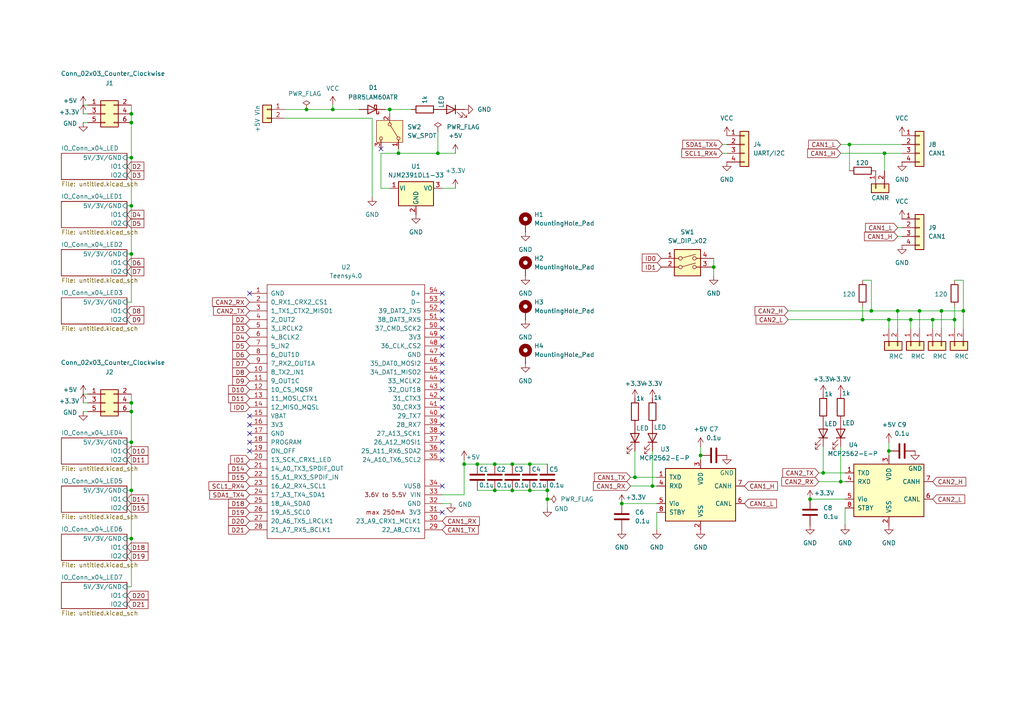
<source format=kicad_sch>
(kicad_sch (version 20250114) (generator "eeschema") (generator_version "9.0")
  (paper "A4")
  (junction (at 250.19 92.71))
  (junction (at 143.51 134.62))
  (junction (at 252.73 90.17))
  (junction (at 127 44.45))
  (junction (at 134.62 134.62))
  (junction (at 38.1 119.38))
  (junction (at 246.38 41.91))
  (junction (at 207.01 77.47))
  (junction (at 260.35 90.17))
  (junction (at 184.15 138.43))
  (junction (at 115.57 44.45))
  (junction (at 38.1 73.66))
  (junction (at 203.2 132.08))
  (junction (at 180.34 146.05))
  (junction (at 38.1 128.27))
  (junction (at 88.9 31.75))
  (junction (at 38.1 35.56))
  (junction (at 38.1 59.69))
  (junction (at 238.76 137.16))
  (junction (at 143.51 142.24))
  (junction (at 153.67 134.62))
  (junction (at 158.75 142.24))
  (junction (at 158.75 144.78))
  (junction (at 257.81 130.81))
  (junction (at 264.16 92.71))
  (junction (at 279.4 90.17))
  (junction (at 38.1 45.72))
  (junction (at 138.43 134.62))
  (junction (at 38.1 116.84))
  (junction (at 266.7 90.17))
  (junction (at 96.52 31.75))
  (junction (at 189.23 140.97))
  (junction (at 256.54 44.45))
  (junction (at 38.1 33.02))
  (junction (at 273.05 90.17))
  (junction (at 148.59 142.24))
  (junction (at 243.84 139.7))
  (junction (at 270.51 92.71))
  (junction (at 38.1 142.24))
  (junction (at 257.81 92.71))
  (junction (at 148.59 134.62))
  (junction (at 113.03 31.75))
  (junction (at 153.67 142.24))
  (junction (at 276.86 92.71))
  (junction (at 234.95 144.78))
  (junction (at 38.1 156.21))
  (no_connect (at 128.27 133.35))
  (no_connect (at 72.39 130.81))
  (no_connect (at 128.27 87.63))
  (no_connect (at 128.27 148.59))
  (no_connect (at 128.27 125.73))
  (no_connect (at 128.27 95.25))
  (no_connect (at 72.39 123.19))
  (no_connect (at 128.27 115.57))
  (no_connect (at 72.39 85.09))
  (no_connect (at 128.27 85.09))
  (no_connect (at 128.27 113.03))
  (no_connect (at 128.27 105.41))
  (no_connect (at 72.39 125.73))
  (no_connect (at 128.27 107.95))
  (no_connect (at 128.27 123.19))
  (no_connect (at 128.27 120.65))
  (no_connect (at 128.27 92.71))
  (no_connect (at 128.27 97.79))
  (no_connect (at 128.27 128.27))
  (no_connect (at 128.27 140.97))
  (no_connect (at 128.27 110.49))
  (no_connect (at 128.27 118.11))
  (no_connect (at 128.27 130.81))
  (no_connect (at 72.39 120.65))
  (no_connect (at 72.39 128.27))
  (no_connect (at 110.49 43.18))
  (no_connect (at 128.27 90.17))
  (no_connect (at 128.27 100.33))
  (no_connect (at 128.27 102.87))
  (wire (pts (xy 38.1 73.66) (xy 38.1 59.69)))
  (wire (pts (xy 138.43 134.62) (xy 143.51 134.62)))
  (wire (pts (xy 260.35 95.25) (xy 260.35 90.17)))
  (wire (pts (xy 36.83 45.72) (xy 38.1 45.72)))
  (wire (pts (xy 279.4 81.28) (xy 279.4 90.17)))
  (wire (pts (xy 257.81 130.81) (xy 257.81 132.08)))
  (wire (pts (xy 238.76 137.16) (xy 245.11 137.16)))
  (wire (pts (xy 190.5 153.67) (xy 190.5 148.59)))
  (wire (pts (xy 243.84 41.91) (xy 246.38 41.91)))
  (wire (pts (xy 189.23 130.81) (xy 189.23 140.97)))
  (wire (pts (xy 250.19 92.71) (xy 257.81 92.71)))
  (wire (pts (xy 148.59 134.62) (xy 153.67 134.62)))
  (wire (pts (xy 270.51 92.71) (xy 270.51 95.25)))
  (wire (pts (xy 209.55 41.91) (xy 210.82 41.91)))
  (wire (pts (xy 238.76 129.54) (xy 238.76 137.16)))
  (wire (pts (xy 38.1 45.72) (xy 38.1 35.56)))
  (wire (pts (xy 243.84 44.45) (xy 256.54 44.45)))
  (wire (pts (xy 143.51 134.62) (xy 148.59 134.62)))
  (wire (pts (xy 38.1 170.18) (xy 38.1 156.21)))
  (wire (pts (xy 237.49 139.7) (xy 243.84 139.7)))
  (wire (pts (xy 207.01 74.93) (xy 207.01 77.47)))
  (wire (pts (xy 243.84 129.54) (xy 243.84 139.7)))
  (wire (pts (xy 209.55 44.45) (xy 210.82 44.45)))
  (wire (pts (xy 110.49 44.45) (xy 110.49 54.61)))
  (wire (pts (xy 260.35 68.58) (xy 261.62 68.58)))
  (wire (pts (xy 38.1 142.24) (xy 38.1 156.21)))
  (wire (pts (xy 203.2 132.08) (xy 203.2 133.35)))
  (wire (pts (xy 276.86 92.71) (xy 270.51 92.71)))
  (wire (pts (xy 115.57 44.45) (xy 127 44.45)))
  (wire (pts (xy 111.76 31.75) (xy 113.03 31.75)))
  (wire (pts (xy 153.67 134.62) (xy 158.75 134.62)))
  (wire (pts (xy 130.81 146.05) (xy 128.27 146.05)))
  (wire (pts (xy 260.35 66.04) (xy 261.62 66.04)))
  (wire (pts (xy 180.34 146.05) (xy 190.5 146.05)))
  (wire (pts (xy 266.7 90.17) (xy 266.7 95.25)))
  (wire (pts (xy 260.35 90.17) (xy 266.7 90.17)))
  (wire (pts (xy 36.83 170.18) (xy 38.1 170.18)))
  (wire (pts (xy 257.81 128.27) (xy 257.81 130.81)))
  (wire (pts (xy 38.1 59.69) (xy 38.1 45.72)))
  (wire (pts (xy 36.83 156.21) (xy 38.1 156.21)))
  (wire (pts (xy 38.1 33.02) (xy 38.1 30.48)))
  (wire (pts (xy 24.13 30.48) (xy 25.4 30.48)))
  (wire (pts (xy 36.83 73.66) (xy 38.1 73.66)))
  (wire (pts (xy 243.84 139.7) (xy 245.11 139.7)))
  (wire (pts (xy 264.16 92.71) (xy 270.51 92.71)))
  (wire (pts (xy 138.43 142.24) (xy 143.51 142.24)))
  (wire (pts (xy 82.55 34.29) (xy 107.95 34.29)))
  (wire (pts (xy 115.57 43.18) (xy 115.57 44.45)))
  (wire (pts (xy 237.49 137.16) (xy 238.76 137.16)))
  (wire (pts (xy 110.49 44.45) (xy 115.57 44.45)))
  (wire (pts (xy 257.81 95.25) (xy 257.81 92.71)))
  (wire (pts (xy 134.62 134.62) (xy 134.62 143.51)))
  (wire (pts (xy 182.88 138.43) (xy 184.15 138.43)))
  (wire (pts (xy 250.19 81.28) (xy 252.73 81.28)))
  (wire (pts (xy 207.01 80.01) (xy 207.01 77.47)))
  (wire (pts (xy 158.75 147.32) (xy 158.75 144.78)))
  (wire (pts (xy 113.03 54.61) (xy 110.49 54.61)))
  (wire (pts (xy 38.1 128.27) (xy 38.1 119.38)))
  (wire (pts (xy 246.38 41.91) (xy 261.62 41.91)))
  (wire (pts (xy 279.4 90.17) (xy 273.05 90.17)))
  (wire (pts (xy 38.1 119.38) (xy 38.1 116.84)))
  (wire (pts (xy 96.52 30.48) (xy 96.52 31.75)))
  (wire (pts (xy 38.1 116.84) (xy 38.1 114.3)))
  (wire (pts (xy 158.75 144.78) (xy 158.75 142.24)))
  (wire (pts (xy 96.52 31.75) (xy 104.14 31.75)))
  (wire (pts (xy 250.19 88.9) (xy 250.19 92.71)))
  (wire (pts (xy 24.13 114.3) (xy 25.4 114.3)))
  (wire (pts (xy 38.1 128.27) (xy 38.1 142.24)))
  (wire (pts (xy 203.2 129.54) (xy 203.2 132.08)))
  (wire (pts (xy 228.6 92.71) (xy 250.19 92.71)))
  (wire (pts (xy 25.4 33.02) (xy 24.13 33.02)))
  (wire (pts (xy 36.83 142.24) (xy 38.1 142.24)))
  (wire (pts (xy 257.81 92.71) (xy 264.16 92.71)))
  (wire (pts (xy 184.15 130.81) (xy 184.15 138.43)))
  (wire (pts (xy 107.95 34.29) (xy 107.95 57.15)))
  (wire (pts (xy 134.62 133.35) (xy 134.62 134.62)))
  (wire (pts (xy 276.86 88.9) (xy 276.86 92.71)))
  (wire (pts (xy 36.83 59.69) (xy 38.1 59.69)))
  (wire (pts (xy 234.95 144.78) (xy 245.11 144.78)))
  (wire (pts (xy 276.86 81.28) (xy 279.4 81.28)))
  (wire (pts (xy 252.73 90.17) (xy 260.35 90.17)))
  (wire (pts (xy 256.54 44.45) (xy 261.62 44.45)))
  (wire (pts (xy 113.03 31.75) (xy 119.38 31.75)))
  (wire (pts (xy 134.62 134.62) (xy 138.43 134.62)))
  (wire (pts (xy 148.59 142.24) (xy 153.67 142.24)))
  (wire (pts (xy 132.08 44.45) (xy 127 44.45)))
  (wire (pts (xy 273.05 95.25) (xy 273.05 90.17)))
  (wire (pts (xy 182.88 140.97) (xy 189.23 140.97)))
  (wire (pts (xy 24.13 35.56) (xy 25.4 35.56)))
  (wire (pts (xy 228.6 90.17) (xy 252.73 90.17)))
  (wire (pts (xy 189.23 140.97) (xy 190.5 140.97)))
  (wire (pts (xy 276.86 95.25) (xy 276.86 92.71)))
  (wire (pts (xy 134.62 143.51) (xy 128.27 143.51)))
  (wire (pts (xy 279.4 95.25) (xy 279.4 90.17)))
  (wire (pts (xy 36.83 128.27) (xy 38.1 128.27)))
  (wire (pts (xy 256.54 44.45) (xy 256.54 49.53)))
  (wire (pts (xy 245.11 152.4) (xy 245.11 147.32)))
  (wire (pts (xy 266.7 90.17) (xy 273.05 90.17)))
  (wire (pts (xy 127 38.1) (xy 127 44.45)))
  (wire (pts (xy 184.15 138.43) (xy 190.5 138.43)))
  (wire (pts (xy 264.16 95.25) (xy 264.16 92.71)))
  (wire (pts (xy 113.03 31.75) (xy 113.03 33.02)))
  (wire (pts (xy 82.55 31.75) (xy 88.9 31.75)))
  (wire (pts (xy 38.1 35.56) (xy 38.1 33.02)))
  (wire (pts (xy 143.51 142.24) (xy 148.59 142.24)))
  (wire (pts (xy 153.67 142.24) (xy 158.75 142.24)))
  (wire (pts (xy 128.27 54.61) (xy 132.08 54.61)))
  (wire (pts (xy 36.83 87.63) (xy 38.1 87.63)))
  (wire (pts (xy 252.73 81.28) (xy 252.73 90.17)))
  (wire (pts (xy 88.9 31.75) (xy 96.52 31.75)))
  (wire (pts (xy 24.13 119.38) (xy 25.4 119.38)))
  (wire (pts (xy 25.4 116.84) (xy 24.13 116.84)))
  (wire (pts (xy 246.38 41.91) (xy 246.38 49.53)))
  (wire (pts (xy 38.1 87.63) (xy 38.1 73.66)))
  (global_label "SCL1_RX4" (shape input) (at 209.55 44.45 180) (property "Intersheetrefs" "${INTERSHEET_REFS}" (effects (hide yes))))
  (global_label "CAN1_H" (shape input) (at 260.35 68.58 180) (property "Intersheetrefs" "${INTERSHEET_REFS}" (effects (hide yes))))
  (global_label "D14" (shape input) (at 36.83 144.78 0) (property "Intersheetrefs" "${INTERSHEET_REFS}" (effects (hide yes))))
  (global_label "CAN1_TX" (shape input) (at 182.88 138.43 180) (property "Intersheetrefs" "${INTERSHEET_REFS}" (effects (hide yes))))
  (global_label "CAN1_L" (shape input) (at 260.35 66.04 180) (property "Intersheetrefs" "${INTERSHEET_REFS}" (effects (hide yes))))
  (global_label "SCL1_RX4" (shape input) (at 72.39 140.97 180) (property "Intersheetrefs" "${INTERSHEET_REFS}" (effects (hide yes))))
  (global_label "CAN2_TX" (shape input) (at 237.49 137.16 180) (property "Intersheetrefs" "${INTERSHEET_REFS}" (effects (hide yes))))
  (global_label "CAN1_RX" (shape input) (at 128.27 151.13 0) (property "Intersheetrefs" "${INTERSHEET_REFS}" (effects (hide yes))))
  (global_label "D7" (shape input) (at 36.83 78.74 0) (property "Intersheetrefs" "${INTERSHEET_REFS}" (effects (hide yes))))
  (global_label "D19" (shape input) (at 72.39 148.59 180) (property "Intersheetrefs" "${INTERSHEET_REFS}" (effects (hide yes))))
  (global_label "D15" (shape input) (at 72.39 138.43 180) (property "Intersheetrefs" "${INTERSHEET_REFS}" (effects (hide yes))))
  (global_label "CAN1_TX" (shape input) (at 128.27 153.67 0) (property "Intersheetrefs" "${INTERSHEET_REFS}" (effects (hide yes))))
  (global_label "D18" (shape input) (at 36.83 158.75 0) (property "Intersheetrefs" "${INTERSHEET_REFS}" (effects (hide yes))))
  (global_label "D4" (shape input) (at 36.83 62.23 0) (property "Intersheetrefs" "${INTERSHEET_REFS}" (effects (hide yes))))
  (global_label "D8" (shape input) (at 72.39 107.95 180) (property "Intersheetrefs" "${INTERSHEET_REFS}" (effects (hide yes))))
  (global_label "ID1" (shape input) (at 191.77 77.47 180) (property "Intersheetrefs" "${INTERSHEET_REFS}" (effects (hide yes))))
  (global_label "D20" (shape input) (at 36.83 172.72 0) (property "Intersheetrefs" "${INTERSHEET_REFS}" (effects (hide yes))))
  (global_label "D9" (shape input) (at 72.39 110.49 180) (property "Intersheetrefs" "${INTERSHEET_REFS}" (effects (hide yes))))
  (global_label "CAN1_RX" (shape input) (at 182.88 140.97 180) (property "Intersheetrefs" "${INTERSHEET_REFS}" (effects (hide yes))))
  (global_label "D7" (shape input) (at 72.39 105.41 180) (property "Intersheetrefs" "${INTERSHEET_REFS}" (effects (hide yes))))
  (global_label "CAN2_TX" (shape input) (at 72.39 90.17 180) (property "Intersheetrefs" "${INTERSHEET_REFS}" (effects (hide yes))))
  (global_label "D5" (shape input) (at 72.39 100.33 180) (property "Intersheetrefs" "${INTERSHEET_REFS}" (effects (hide yes))))
  (global_label "D6" (shape input) (at 36.83 76.2 0) (property "Intersheetrefs" "${INTERSHEET_REFS}" (effects (hide yes))))
  (global_label "D4" (shape input) (at 72.39 97.79 180) (property "Intersheetrefs" "${INTERSHEET_REFS}" (effects (hide yes))))
  (global_label "ID1" (shape input) (at 72.39 133.35 180) (property "Intersheetrefs" "${INTERSHEET_REFS}" (effects (hide yes))))
  (global_label "D19" (shape input) (at 36.83 161.29 0) (property "Intersheetrefs" "${INTERSHEET_REFS}" (effects (hide yes))))
  (global_label "D2" (shape input) (at 36.83 48.26 0) (property "Intersheetrefs" "${INTERSHEET_REFS}" (effects (hide yes))))
  (global_label "CAN1_H" (shape input) (at 243.84 44.45 180) (property "Intersheetrefs" "${INTERSHEET_REFS}" (effects (hide yes))))
  (global_label "D11" (shape input) (at 36.83 133.35 0) (property "Intersheetrefs" "${INTERSHEET_REFS}" (effects (hide yes))))
  (global_label "D21" (shape input) (at 36.83 175.26 0) (property "Intersheetrefs" "${INTERSHEET_REFS}" (effects (hide yes))))
  (global_label "CAN1_L" (shape input) (at 215.9 146.05 0) (property "Intersheetrefs" "${INTERSHEET_REFS}" (effects (hide yes))))
  (global_label "CAN2_H" (shape input) (at 228.6 90.17 180) (property "Intersheetrefs" "${INTERSHEET_REFS}" (effects (hide yes))))
  (global_label "CAN2_RX" (shape input) (at 237.49 139.7 180) (property "Intersheetrefs" "${INTERSHEET_REFS}" (effects (hide yes))))
  (global_label "CAN2_RX" (shape input) (at 72.39 87.63 180) (property "Intersheetrefs" "${INTERSHEET_REFS}" (effects (hide yes))))
  (global_label "CAN2_H" (shape input) (at 270.51 139.7 0) (property "Intersheetrefs" "${INTERSHEET_REFS}" (effects (hide yes))))
  (global_label "SDA1_TX4" (shape input) (at 72.39 143.51 180) (property "Intersheetrefs" "${INTERSHEET_REFS}" (effects (hide yes))))
  (global_label "D9" (shape input) (at 36.83 92.71 0) (property "Intersheetrefs" "${INTERSHEET_REFS}" (effects (hide yes))))
  (global_label "ID0" (shape input) (at 72.39 118.11 180) (property "Intersheetrefs" "${INTERSHEET_REFS}" (effects (hide yes))))
  (global_label "D10" (shape input) (at 36.83 130.81 0) (property "Intersheetrefs" "${INTERSHEET_REFS}" (effects (hide yes))))
  (global_label "SDA1_TX4" (shape input) (at 209.55 41.91 180) (property "Intersheetrefs" "${INTERSHEET_REFS}" (effects (hide yes))))
  (global_label "D5" (shape input) (at 36.83 64.77 0) (property "Intersheetrefs" "${INTERSHEET_REFS}" (effects (hide yes))))
  (global_label "D14" (shape input) (at 72.39 135.89 180) (property "Intersheetrefs" "${INTERSHEET_REFS}" (effects (hide yes))))
  (global_label "ID0" (shape input) (at 191.77 74.93 180) (property "Intersheetrefs" "${INTERSHEET_REFS}" (effects (hide yes))))
  (global_label "D11" (shape input) (at 72.39 115.57 180) (property "Intersheetrefs" "${INTERSHEET_REFS}" (effects (hide yes))))
  (global_label "D2" (shape input) (at 72.39 92.71 180) (property "Intersheetrefs" "${INTERSHEET_REFS}" (effects (hide yes))))
  (global_label "D3" (shape input) (at 36.83 50.8 0) (property "Intersheetrefs" "${INTERSHEET_REFS}" (effects (hide yes))))
  (global_label "D3" (shape input) (at 72.39 95.25 180) (property "Intersheetrefs" "${INTERSHEET_REFS}" (effects (hide yes))))
  (global_label "D10" (shape input) (at 72.39 113.03 180) (property "Intersheetrefs" "${INTERSHEET_REFS}" (effects (hide yes))))
  (global_label "CAN2_L" (shape input) (at 270.51 144.78 0) (property "Intersheetrefs" "${INTERSHEET_REFS}" (effects (hide yes))))
  (global_label "D15" (shape input) (at 36.83 147.32 0) (property "Intersheetrefs" "${INTERSHEET_REFS}" (effects (hide yes))))
  (global_label "D21" (shape input) (at 72.39 153.67 180) (property "Intersheetrefs" "${INTERSHEET_REFS}" (effects (hide yes))))
  (global_label "D20" (shape input) (at 72.39 151.13 180) (property "Intersheetrefs" "${INTERSHEET_REFS}" (effects (hide yes))))
  (global_label "D6" (shape input) (at 72.39 102.87 180) (property "Intersheetrefs" "${INTERSHEET_REFS}" (effects (hide yes))))
  (global_label "CAN1_H" (shape input) (at 215.9 140.97 0) (property "Intersheetrefs" "${INTERSHEET_REFS}" (effects (hide yes))))
  (global_label "CAN2_L" (shape input) (at 228.6 92.71 180) (property "Intersheetrefs" "${INTERSHEET_REFS}" (effects (hide yes))))
  (global_label "D8" (shape input) (at 36.83 90.17 0) (property "Intersheetrefs" "${INTERSHEET_REFS}" (effects (hide yes))))
  (global_label "CAN1_L" (shape input) (at 243.84 41.91 180) (property "Intersheetrefs" "${INTERSHEET_REFS}" (effects (hide yes))))
  (global_label "D18" (shape input) (at 72.39 146.05 180) (property "Intersheetrefs" "${INTERSHEET_REFS}" (effects (hide yes))))
  (symbol (lib_id "Switch:SW_SPDT") (at 113.03 38.1 270) (unit 1)
    (property "Reference" "SW2" (at 118.11 36.8299 90) (effects (justify left)))
    (property "Value" "SW_SPDT" (at 118.11 39.3699 90) (effects (justify left)))
    (property "Footprint" "Connector:FanPinHeader_1x03_P2.54mm_Vertical" (effects (hide yes)))
    (property "Description" "Switch, single pole double throw" (effects (hide yes)))
  )
  (symbol (lib_id "power:+3.3V") (at 238.76 114.3 0) (mirror y) (unit 1)
    (property "Reference" "#PWR023" (effects (hide yes)))
    (property "Value" "+3.3V" (at 238.76 109.982 0))
    (property "Description" "Power symbol creates a global label with name \"+3.3V\"" (effects (hide yes)))
  )
  (symbol (lib_id "Device:R") (at 250.19 49.53 90) (mirror x) (unit 1)
    (property "Reference" "R4" (effects (hide yes)))
    (property "Value" "120" (at 248.158 47.244 90) (effects (justify right)))
    (property "Footprint" "Resistor_SMD:R_0603_1608Metric" (effects (hide yes)))
    (property "Description" "Resistor" (effects (hide yes)))
  )
  (symbol (lib_id "Connector_Generic:Conn_01x04") (at 266.7 41.91 0) (unit 1)
    (property "Reference" "J8" (at 269.24 41.9099 0) (effects (justify left)))
    (property "Value" "CAN1" (at 269.24 44.4499 0) (effects (justify left)))
    (property "Footprint" "Connector_JST:JST_XH_S4B-XH-A_1x04_P2.50mm_Horizontal" (effects (hide yes)))
    (property "Description" "Generic connector, single row, 01x04, script generated (kicad-library-utils/schlib/autogen/connector/)" (effects (hide yes)))
  )
  (symbol (lib_id "Device:C") (at 143.51 138.43 0) (unit 1)
    (property "Reference" "C2" (at 144.018 136.144 0) (effects (justify left)))
    (property "Value" "0.1u" (at 144.018 140.716 0) (effects (justify left)))
    (property "Footprint" "Capacitor_SMD:C_0603_1608Metric" (effects (hide yes)))
    (property "Description" "Unpolarized capacitor" (effects (hide yes)))
  )
  (symbol (lib_id "power:GND") (at 24.13 35.56 0) (unit 1)
    (property "Reference" "#PWR03" (effects (hide yes)))
    (property "Value" "GND" (at 20.32 35.814 0))
    (property "Description" "Power symbol creates a global label with name \"GND\" , ground" (effects (hide yes)))
  )
  (symbol (lib_id "Mechanical:MountingHole_Pad") (at 152.4 102.87 0) (unit 1) (in_bom no)
    (property "Reference" "H4" (at 154.94 100.3299 0) (effects (justify left)))
    (property "Value" "MountingHole_Pad" (at 154.94 102.8699 0) (effects (justify left)))
    (property "Footprint" "MountingHole:MountingHole_3.2mm_M3_DIN965_Pad" (effects (hide yes)))
    (property "Description" "Mounting Hole with connection" (effects (hide yes)))
  )
  (symbol (lib_id "power:GND") (at 130.81 146.05 0) (unit 1)
    (property "Reference" "#PWR011" (effects (hide yes)))
    (property "Value" "GND" (at 134.874 146.304 0))
    (property "Description" "Power symbol creates a global label with name \"GND\" , ground" (effects (hide yes)))
  )
  (symbol (lib_id "power:+5V") (at 132.08 44.45 0) (mirror y) (unit 1)
    (property "Reference" "#PWR09" (effects (hide yes)))
    (property "Value" "+5V" (at 132.08 39.37 0))
    (property "Description" "Power symbol creates a global label with name \"+5V\"" (effects (hide yes)))
  )
  (symbol (lib_id "power:GND") (at 152.4 92.71 0) (unit 1)
    (property "Reference" "#PWR065" (effects (hide yes)))
    (property "Value" "GND" (at 152.4 97.79 0))
    (property "Description" "Power symbol creates a global label with name \"GND\" , ground" (effects (hide yes)))
  )
  (symbol (lib_id "Device:C") (at 180.34 149.86 180) (unit 1)
    (property "Reference" "C6" (at 184.15 148.5899 0) (effects (justify right)))
    (property "Value" "0.1u" (at 184.15 151.1299 0) (effects (justify right)))
    (property "Footprint" "Capacitor_SMD:C_0603_1608Metric" (effects (hide yes)))
    (property "Description" "Unpolarized capacitor" (effects (hide yes)))
  )
  (symbol (lib_id "power:+3.3V") (at 24.13 116.84 0) (unit 1)
    (property "Reference" "#PWR05" (effects (hide yes)))
    (property "Value" "+3.3V" (at 20.066 116.332 0))
    (property "Description" "Power symbol creates a global label with name \"+3.3V\"" (effects (hide yes)))
  )
  (symbol (lib_id "power:GND") (at 158.75 147.32 0) (unit 1)
    (property "Reference" "#PWR013" (effects (hide yes)))
    (property "Value" "GND" (at 162.814 147.574 0))
    (property "Description" "Power symbol creates a global label with name \"GND\" , ground" (effects (hide yes)))
  )
  (symbol (lib_id "power:+3.3V") (at 24.13 33.02 0) (unit 1)
    (property "Reference" "#PWR02" (effects (hide yes)))
    (property "Value" "+3.3V" (at 20.066 32.512 0))
    (property "Description" "Power symbol creates a global label with name \"+3.3V\"" (effects (hide yes)))
  )
  (symbol (lib_id "Device:R") (at 238.76 118.11 0) (mirror y) (unit 1)
    (property "Reference" "R1" (effects (hide yes)))
    (property "Value" "1k" (at 241.554 114.3 0) (effects (justify left)))
    (property "Footprint" "Resistor_SMD:R_0603_1608Metric" (effects (hide yes)))
    (property "Description" "Resistor" (effects (hide yes)))
  )
  (symbol (lib_id "power:GND") (at 152.4 80.01 0) (unit 1)
    (property "Reference" "#PWR064" (effects (hide yes)))
    (property "Value" "GND" (at 152.4 85.09 0))
    (property "Description" "Power symbol creates a global label with name \"GND\" , ground" (effects (hide yes)))
  )
  (symbol (lib_id "power:GND") (at 261.62 46.99 0) (mirror y) (unit 1)
    (property "Reference" "#PWR033" (effects (hide yes)))
    (property "Value" "GND" (at 261.62 52.07 0))
    (property "Description" "Power symbol creates a global label with name \"GND\" , ground" (effects (hide yes)))
  )
  (symbol (lib_id "power:+5V") (at 257.81 128.27 0) (unit 1)
    (property "Reference" "#PWR030" (effects (hide yes)))
    (property "Value" "+5V" (at 257.81 123.19 0))
    (property "Description" "Power symbol creates a global label with name \"+5V\"" (effects (hide yes)))
  )
  (symbol (lib_id "Device:C") (at 138.43 138.43 0) (unit 1)
    (property "Reference" "C1" (at 138.938 136.144 0) (effects (justify left)))
    (property "Value" "0.1u" (at 138.938 140.716 0) (effects (justify left)))
    (property "Footprint" "Capacitor_SMD:C_0603_1608Metric" (effects (hide yes)))
    (property "Description" "Unpolarized capacitor" (effects (hide yes)))
  )
  (symbol (lib_id "power:PWR_FLAG") (at 158.75 144.78 270) (unit 1)
    (property "Reference" "#FLG03" (effects (hide yes)))
    (property "Value" "PWR_FLAG" (at 162.56 144.7799 90) (effects (justify left)))
    (property "Description" "Special symbol for telling ERC where power comes from" (effects (hide yes)))
  )
  (symbol (lib_id "Connector_Generic:Conn_01x02") (at 254 54.61 90) (mirror x) (unit 1)
    (property "Reference" "J5" (effects (hide yes)))
    (property "Value" "CANR" (at 252.73 57.404 90) (effects (justify right)))
    (property "Footprint" "Connector_PinSocket_2.54mm:PinSocket_1x02_P2.54mm_Vertical" (effects (hide yes)))
    (property "Description" "Generic connector, single row, 01x02, script generated (kicad-library-utils/schlib/autogen/connector/)" (effects (hide yes)))
  )
  (symbol (lib_id "Mechanical:MountingHole_Pad") (at 152.4 64.77 0) (unit 1) (in_bom no)
    (property "Reference" "H1" (at 154.94 62.2299 0) (effects (justify left)))
    (property "Value" "MountingHole_Pad" (at 154.94 64.7699 0) (effects (justify left)))
    (property "Footprint" "MountingHole:MountingHole_3.2mm_M3_DIN965_Pad" (effects (hide yes)))
    (property "Description" "Mounting Hole with connection" (effects (hide yes)))
  )
  (symbol (lib_id "Connector_Generic:Conn_02x03_Odd_Even") (at 30.48 116.84 0) (unit 1)
    (property "Reference" "J2" (at 31.75 107.95 0))
    (property "Value" "Conn_02x03_Counter_Clockwise" (at 32.766 105.156 0))
    (property "Footprint" "Connector_PinHeader_2.54mm:PinHeader_2x03_P2.54mm_Vertical" (effects (hide yes)))
    (property "Description" "Generic connector, double row, 02x03, odd/even pin numbering scheme (row 1 odd numbers, row 2 even numbers), script generated (kicad-library-utils/schlib/autogen/connector/)" (effects (hide yes)))
  )
  (symbol (lib_id "power:+3.3V") (at 180.34 146.05 0) (unit 1)
    (property "Reference" "#PWR014" (effects (hide yes)))
    (property "Value" "+3.3V" (at 184.404 144.272 0))
    (property "Description" "Power symbol creates a global label with name \"+3.3V\"" (effects (hide yes)))
  )
  (symbol (lib_id "Device:R") (at 189.23 119.38 0) (mirror y) (unit 1)
    (property "Reference" "R26" (effects (hide yes)))
    (property "Value" "1k" (at 192.024 115.316 0) (effects (justify left)))
    (property "Footprint" "Resistor_SMD:R_0603_1608Metric" (effects (hide yes)))
    (property "Description" "Resistor" (effects (hide yes)))
  )
  (symbol (lib_id "power:GND") (at 107.95 57.15 0) (unit 1)
    (property "Reference" "#PWR07" (effects (hide yes)))
    (property "Value" "GND" (at 107.95 62.23 0))
    (property "Description" "Power symbol creates a global label with name \"GND\" , ground" (effects (hide yes)))
  )
  (symbol (lib_name "Conn_01x02_1") (lib_id "Connector_Generic:Conn_01x02") (at 264.16 100.33 90) (mirror x) (unit 1)
    (property "Reference" "J7" (effects (hide yes)))
    (property "Value" "RMC" (at 264.16 103.378 90) (effects (justify right)))
    (property "Footprint" "Connector_JST:JST_XH_S2B-XH-A_1x02_P2.50mm_Horizontal" (effects (hide yes)))
    (property "Description" "Generic connector, single row, 01x02, script generated (kicad-library-utils/schlib/autogen/connector/)" (effects (hide yes)))
  )
  (symbol (lib_id "power:GND") (at 152.4 105.41 0) (unit 1)
    (property "Reference" "#PWR066" (effects (hide yes)))
    (property "Value" "GND" (at 152.4 110.49 0))
    (property "Description" "Power symbol creates a global label with name \"GND\" , ground" (effects (hide yes)))
  )
  (symbol (lib_id "Device:LED") (at 189.23 127 270) (mirror x) (unit 1)
    (property "Reference" "D24" (effects (hide yes)))
    (property "Value" "LED" (at 193.294 123.952 90) (effects (justify right)))
    (property "Footprint" "LED_SMD:LED_0603_1608Metric" (effects (hide yes)))
    (property "Description" "Light emitting diode" (effects (hide yes)))
    (property "Sim.Pins" "1=K 2=A" (effects (hide yes)))
  )
  (symbol (lib_id "Device:C") (at 148.59 138.43 0) (unit 1)
    (property "Reference" "C3" (at 149.098 136.144 0) (effects (justify left)))
    (property "Value" "0.1u" (at 149.098 140.716 0) (effects (justify left)))
    (property "Footprint" "Capacitor_SMD:C_0603_1608Metric" (effects (hide yes)))
    (property "Description" "Unpolarized capacitor" (effects (hide yes)))
  )
  (symbol (lib_id "power:GND") (at 134.62 31.75 90) (unit 1)
    (property "Reference" "#PWR061" (effects (hide yes)))
    (property "Value" "GND" (at 138.43 31.7499 90) (effects (justify right)))
    (property "Description" "Power symbol creates a global label with name \"GND\" , ground" (effects (hide yes)))
  )
  (symbol (lib_id "power:GND") (at 152.4 67.31 0) (unit 1)
    (property "Reference" "#PWR063" (effects (hide yes)))
    (property "Value" "GND" (at 152.4 72.39 0))
    (property "Description" "Power symbol creates a global label with name \"GND\" , ground" (effects (hide yes)))
  )
  (symbol (lib_id "Device:LED") (at 243.84 125.73 270) (mirror x) (unit 1)
    (property "Reference" "D3" (effects (hide yes)))
    (property "Value" "LED" (at 247.904 122.682 90) (effects (justify right)))
    (property "Footprint" "LED_SMD:LED_0603_1608Metric" (effects (hide yes)))
    (property "Description" "Light emitting diode" (effects (hide yes)))
    (property "Sim.Pins" "1=K 2=A" (effects (hide yes)))
  )
  (symbol (lib_id "power:+3.3V") (at 132.08 54.61 0) (unit 1)
    (property "Reference" "#PWR010" (effects (hide yes)))
    (property "Value" "+3.3V" (at 132.08 49.53 0))
    (property "Description" "Power symbol creates a global label with name \"+3.3V\"" (effects (hide yes)))
  )
  (symbol (lib_id "power:GND") (at 180.34 153.67 0) (unit 1)
    (property "Reference" "#PWR015" (effects (hide yes)))
    (property "Value" "GND" (at 180.34 158.75 0))
    (property "Description" "Power symbol creates a global label with name \"GND\" , ground" (effects (hide yes)))
  )
  (symbol (lib_id "power:GND") (at 24.13 119.38 0) (unit 1)
    (property "Reference" "#PWR06" (effects (hide yes)))
    (property "Value" "GND" (at 20.32 119.634 0))
    (property "Description" "Power symbol creates a global label with name \"GND\" , ground" (effects (hide yes)))
  )
  (symbol (lib_id "power:+5V") (at 134.62 133.35 0) (unit 1)
    (property "Reference" "#PWR012" (effects (hide yes)))
    (property "Value" "+5V" (at 137.16 132.588 0))
    (property "Description" "Power symbol creates a global label with name \"+5V\"" (effects (hide yes)))
  )
  (symbol (lib_id "power:GND") (at 203.2 153.67 0) (unit 1)
    (property "Reference" "#PWR021" (effects (hide yes)))
    (property "Value" "GND" (at 203.2 158.75 0))
    (property "Description" "Power symbol creates a global label with name \"GND\" , ground" (effects (hide yes)))
  )
  (symbol (lib_id "Device:R") (at 184.15 119.38 0) (mirror y) (unit 1)
    (property "Reference" "R25" (effects (hide yes)))
    (property "Value" "1k" (at 186.944 115.57 0) (effects (justify left)))
    (property "Footprint" "Resistor_SMD:R_0603_1608Metric" (effects (hide yes)))
    (property "Description" "Resistor" (effects (hide yes)))
  )
  (symbol (lib_id "Device:R") (at 123.19 31.75 90) (mirror x) (unit 1)
    (property "Reference" "R24" (effects (hide yes)))
    (property "Value" "1k" (at 123.19 27.686 0) (effects (justify left)))
    (property "Footprint" "Resistor_SMD:R_0603_1608Metric" (effects (hide yes)))
    (property "Description" "Resistor" (effects (hide yes)))
  )
  (symbol (lib_id "power:PWR_FLAG") (at 127 38.1 0) (unit 1)
    (property "Reference" "#FLG02" (effects (hide yes)))
    (property "Value" "PWR_FLAG" (at 129.54 36.8299 0) (effects (justify left)))
    (property "Description" "Special symbol for telling ERC where power comes from" (effects (hide yes)))
  )
  (symbol (lib_id "Device:C") (at 158.75 138.43 0) (unit 1)
    (property "Reference" "C5" (at 159.258 136.144 0) (effects (justify left)))
    (property "Value" "0.1u" (at 159.258 140.716 0) (effects (justify left)))
    (property "Footprint" "Capacitor_SMD:C_0603_1608Metric" (effects (hide yes)))
    (property "Description" "Unpolarized capacitor" (effects (hide yes)))
  )
  (symbol (lib_id "Regulator_Linear:LF33_TO252") (at 120.65 54.61 0) (unit 1)
    (property "Reference" "U1" (at 120.65 48.26 0))
    (property "Value" "NJM2391DL1-33" (at 120.65 50.8 0))
    (property "Footprint" "Package_TO_SOT_SMD:TO-252-2" (effects (hide yes)))
    (property "Datasheet" "http://www.st.com/content/ccc/resource/technical/document/datasheet/c4/0e/7e/2a/be/bc/4c/bd/CD00000546.pdf/files/CD00000546.pdf/jcr:content/translations/en.CD00000546.pdf" (effects (hide yes)))
    (property "Description" "Low-drop Voltage Regulator, Io up to 500mA, Fixed Vo 3.3V, TO-252 (DPAK)" (effects (hide yes)))
  )
  (symbol (lib_id "Device:LED") (at 238.76 125.73 270) (mirror x) (unit 1)
    (property "Reference" "D2" (effects (hide yes)))
    (property "Value" "LED" (at 242.824 122.936 90) (effects (justify right)))
    (property "Footprint" "LED_SMD:LED_0603_1608Metric" (effects (hide yes)))
    (property "Description" "Light emitting diode" (effects (hide yes)))
    (property "Sim.Pins" "1=K 2=A" (effects (hide yes)))
  )
  (symbol (lib_id "power:GND") (at 210.82 46.99 0) (mirror y) (unit 1)
    (property "Reference" "#PWR018" (effects (hide yes)))
    (property "Value" "GND" (at 210.82 52.07 0))
    (property "Description" "Power symbol creates a global label with name \"GND\" , ground" (effects (hide yes)))
  )
  (symbol (lib_name "Conn_01x02_4") (lib_id "Connector_Generic:Conn_01x02") (at 257.81 100.33 90) (mirror x) (unit 1)
    (property "Reference" "J6" (effects (hide yes)))
    (property "Value" "RMC" (at 257.81 103.378 90) (effects (justify right)))
    (property "Footprint" "Connector_JST:JST_XH_S2B-XH-A_1x02_P2.50mm_Horizontal" (effects (hide yes)))
    (property "Description" "Generic connector, single row, 01x02, script generated (kicad-library-utils/schlib/autogen/connector/)" (effects (hide yes)))
  )
  (symbol (lib_id "power:VCC") (at 96.52 30.48 0) (unit 1)
    (property "Reference" "#PWR034" (effects (hide yes)))
    (property "Value" "VCC" (at 96.52 25.654 0))
    (property "Description" "Power symbol creates a global label with name \"VCC\"" (effects (hide yes)))
  )
  (symbol (lib_id "power:GND") (at 207.01 80.01 0) (unit 1)
    (property "Reference" "#PWR019" (effects (hide yes)))
    (property "Value" "GND" (at 207.01 85.09 0))
    (property "Description" "Power symbol creates a global label with name \"GND\" , ground" (effects (hide yes)))
  )
  (symbol (lib_id "power:+5V") (at 24.13 114.3 0) (unit 1)
    (property "Reference" "#PWR04" (effects (hide yes)))
    (property "Value" "+5V" (at 20.32 113.03 0))
    (property "Description" "Power symbol creates a global label with name \"+5V\"" (effects (hide yes)))
  )
  (symbol (lib_id "Connector_Generic:Conn_01x04") (at 215.9 41.91 0) (unit 1)
    (property "Reference" "J4" (at 218.44 41.9099 0) (effects (justify left)))
    (property "Value" "UART/I2C" (at 218.44 44.4499 0) (effects (justify left)))
    (property "Footprint" "Connector_JST:JST_XH_S4B-XH-A_1x04_P2.50mm_Horizontal" (effects (hide yes)))
    (property "Description" "Generic connector, single row, 01x04, script generated (kicad-library-utils/schlib/autogen/connector/)" (effects (hide yes)))
  )
  (symbol (lib_id "power:GND") (at 210.82 132.08 0) (unit 1)
    (property "Reference" "#PWR022" (effects (hide yes)))
    (property "Value" "GND" (at 210.82 137.16 0))
    (property "Description" "Power symbol creates a global label with name \"GND\" , ground" (effects (hide yes)))
  )
  (symbol (lib_name "Conn_01x02_2") (lib_id "Connector_Generic:Conn_01x02") (at 276.86 100.33 90) (mirror x) (unit 1)
    (property "Reference" "J11" (effects (hide yes)))
    (property "Value" "RMC" (at 276.86 103.378 90) (effects (justify right)))
    (property "Footprint" "Connector_JST:JST_XH_S2B-XH-A_1x02_P2.50mm_Horizontal" (effects (hide yes)))
    (property "Description" "Generic connector, single row, 01x02, script generated (kicad-library-utils/schlib/autogen/connector/)" (effects (hide yes)))
  )
  (symbol (lib_id "power:GND") (at 190.5 153.67 0) (unit 1)
    (property "Reference" "#PWR016" (effects (hide yes)))
    (property "Value" "GND" (at 190.5 158.75 0))
    (property "Description" "Power symbol creates a global label with name \"GND\" , ground" (effects (hide yes)))
  )
  (symbol (lib_id "Mechanical:MountingHole_Pad") (at 152.4 77.47 0) (unit 1) (in_bom no)
    (property "Reference" "H2" (at 154.94 74.9299 0) (effects (justify left)))
    (property "Value" "MountingHole_Pad" (at 154.94 77.4699 0) (effects (justify left)))
    (property "Footprint" "MountingHole:MountingHole_3.2mm_M3_DIN965_Pad" (effects (hide yes)))
    (property "Description" "Mounting Hole with connection" (effects (hide yes)))
  )
  (symbol (lib_id "power:GND") (at 257.81 152.4 0) (unit 1)
    (property "Reference" "#PWR031" (effects (hide yes)))
    (property "Value" "GND" (at 257.81 157.48 0))
    (property "Description" "Power symbol creates a global label with name \"GND\" , ground" (effects (hide yes)))
  )
  (symbol (lib_id "power:GND") (at 120.65 62.23 0) (unit 1)
    (property "Reference" "#PWR08" (effects (hide yes)))
    (property "Value" "GND" (at 120.65 67.31 0))
    (property "Description" "Power symbol creates a global label with name \"GND\" , ground" (effects (hide yes)))
  )
  (symbol (lib_id "Diode:PMEG4050EP") (at 107.95 31.75 180) (unit 1)
    (property "Reference" "D1" (at 108.2675 25.4 0))
    (property "Value" "PBR5LAM60ATR" (at 108.204 28.194 0))
    (property "Footprint" "Diode_SMD:D_SOD-128" (effects (hide yes)))
    (property "Datasheet" "https://assets.nexperia.com/documents/data-sheet/PMEG4050EP.pdf" (effects (hide yes)))
    (property "Description" "40V, 5A low Vf Schottky barrier rectifier, SOD-128" (effects (hide yes)))
  )
  (symbol (lib_id "power:+3.3V") (at 184.15 115.57 0) (mirror y) (unit 1)
    (property "Reference" "#PWR067" (effects (hide yes)))
    (property "Value" "+3.3V" (at 184.15 111.252 0))
    (property "Description" "Power symbol creates a global label with name \"+3.3V\"" (effects (hide yes)))
  )
  (symbol (lib_id "Device:R") (at 243.84 118.11 0) (mirror y) (unit 1)
    (property "Reference" "R2" (effects (hide yes)))
    (property "Value" "1k" (at 246.634 114.046 0) (effects (justify left)))
    (property "Footprint" "Resistor_SMD:R_0603_1608Metric" (effects (hide yes)))
    (property "Description" "Resistor" (effects (hide yes)))
  )
  (symbol (lib_id "Device:C") (at 153.67 138.43 0) (unit 1)
    (property "Reference" "C4" (at 154.178 136.144 0) (effects (justify left)))
    (property "Value" "0.1u" (at 154.178 140.716 0) (effects (justify left)))
    (property "Footprint" "Capacitor_SMD:C_0603_1608Metric" (effects (hide yes)))
    (property "Description" "Unpolarized capacitor" (effects (hide yes)))
  )
  (symbol (lib_name "Conn_01x02_3") (lib_id "Connector_Generic:Conn_01x02") (at 270.51 100.33 90) (mirror x) (unit 1)
    (property "Reference" "J10" (effects (hide yes)))
    (property "Value" "RMC" (at 270.51 103.378 90) (effects (justify right)))
    (property "Footprint" "Connector_JST:JST_XH_S2B-XH-A_1x02_P2.50mm_Horizontal" (effects (hide yes)))
    (property "Description" "Generic connector, single row, 01x02, script generated (kicad-library-utils/schlib/autogen/connector/)" (effects (hide yes)))
  )
  (symbol (lib_id "power:GND") (at 261.62 71.12 0) (mirror y) (unit 1)
    (property "Reference" "#PWR035" (effects (hide yes)))
    (property "Value" "GND" (at 261.62 76.2 0))
    (property "Description" "Power symbol creates a global label with name \"GND\" , ground" (effects (hide yes)))
  )
  (symbol (lib_id "Interface_CAN_LIN:MCP2562-E-P") (at 203.2 143.51 0) (unit 1)
    (property "Reference" "U3" (at 191.516 130.302 0) (effects (justify left)))
    (property "Value" "MCP2562-E-P" (at 185.42 132.842 0) (effects (justify left)))
    (property "Footprint" "Package_DIP:DIP-8_W7.62mm" (effects (hide yes)))
    (property "Datasheet" "http://ww1.microchip.com/downloads/en/DeviceDoc/25167A.pdf" (effects (hide yes)))
    (property "Description" "High-Speed CAN Transceiver, 1Mbps, 5V supply, Vio pin, -40C to +125C, DIP-8" (effects (hide yes)))
  )
  (symbol (lib_id "power:+3.3V") (at 243.84 114.3 0) (mirror y) (unit 1)
    (property "Reference" "#PWR026" (effects (hide yes)))
    (property "Value" "+3.3V" (at 243.84 109.982 0))
    (property "Description" "Power symbol creates a global label with name \"+3.3V\"" (effects (hide yes)))
  )
  (symbol (lib_id "power:+5V") (at 24.13 30.48 0) (unit 1)
    (property "Reference" "#PWR01" (effects (hide yes)))
    (property "Value" "+5V" (at 20.32 29.21 0))
    (property "Description" "Power symbol creates a global label with name \"+5V\"" (effects (hide yes)))
  )
  (symbol (lib_id "Device:C") (at 207.01 132.08 270) (unit 1)
    (property "Reference" "C7" (at 207.01 124.46 90))
    (property "Value" "0.1u" (at 207.01 127 90))
    (property "Footprint" "Capacitor_SMD:C_0603_1608Metric" (effects (hide yes)))
    (property "Description" "Unpolarized capacitor" (effects (hide yes)))
  )
  (symbol (lib_id "Interface_CAN_LIN:MCP2562-E-P") (at 257.81 142.24 0) (unit 1)
    (property "Reference" "U4" (at 246.126 129.032 0) (effects (justify left)))
    (property "Value" "MCP2562-E-P" (at 240.03 131.572 0) (effects (justify left)))
    (property "Footprint" "Package_DIP:DIP-8_W7.62mm" (effects (hide yes)))
    (property "Datasheet" "http://ww1.microchip.com/downloads/en/DeviceDoc/25167A.pdf" (effects (hide yes)))
    (property "Description" "High-Speed CAN Transceiver, 1Mbps, 5V supply, Vio pin, -40C to +125C, DIP-8" (effects (hide yes)))
  )
  (symbol (lib_id "power:+3.3V") (at 234.95 144.78 0) (unit 1)
    (property "Reference" "#PWR024" (effects (hide yes)))
    (property "Value" "+3.3V" (at 239.014 143.002 0))
    (property "Description" "Power symbol creates a global label with name \"+3.3V\"" (effects (hide yes)))
  )
  (symbol (lib_id "power:GND") (at 265.43 130.81 0) (unit 1)
    (property "Reference" "#PWR036" (effects (hide yes)))
    (property "Value" "GND" (at 265.43 135.89 0))
    (property "Description" "Power symbol creates a global label with name \"GND\" , ground" (effects (hide yes)))
  )
  (symbol (lib_id "teensy:Teensy4.0") (at 100.33 119.38 0) (unit 1)
    (property "Reference" "U2" (at 100.33 77.47 0))
    (property "Value" "Teensy4.0" (at 100.33 80.01 0))
    (property "Footprint" "teensy:Teensy40" (effects (hide yes)))
  )
  (symbol (lib_id "Device:C") (at 261.62 130.81 270) (unit 1)
    (property "Reference" "C9" (at 261.62 123.19 90))
    (property "Value" "0.1u" (at 261.62 125.73 90))
    (property "Footprint" "Capacitor_SMD:C_0603_1608Metric" (effects (hide yes)))
    (property "Description" "Unpolarized capacitor" (effects (hide yes)))
  )
  (symbol (lib_id "power:VCC") (at 261.62 63.5 0) (unit 1)
    (property "Reference" "#PWR017" (effects (hide yes)))
    (property "Value" "VCC" (at 261.62 58.42 0))
    (property "Description" "Power symbol creates a global label with name \"VCC\"" (effects (hide yes)))
  )
  (symbol (lib_id "Connector_Generic:Conn_01x04") (at 266.7 66.04 0) (unit 1)
    (property "Reference" "J9" (at 269.24 66.0399 0) (effects (justify left)))
    (property "Value" "CAN1" (at 269.24 68.5799 0) (effects (justify left)))
    (property "Footprint" "Connector_JST:JST_XH_S4B-XH-A_1x04_P2.50mm_Horizontal" (effects (hide yes)))
    (property "Description" "Generic connector, single row, 01x04, script generated (kicad-library-utils/schlib/autogen/connector/)" (effects (hide yes)))
  )
  (symbol (lib_id "Connector_Generic:Conn_01x02") (at 77.47 31.75 0) (mirror y) (unit 1)
    (property "Reference" "J3" (effects (hide yes)))
    (property "Value" "+5V Vin" (at 74.676 30.48 90) (effects (justify right)))
    (property "Footprint" "Connector_JST:JST_XH_S2B-XH-A_1x02_P2.50mm_Horizontal" (effects (hide yes)))
    (property "Description" "Generic connector, single row, 01x02, script generated (kicad-library-utils/schlib/autogen/connector/)" (effects (hide yes)))
  )
  (symbol (lib_id "power:+5V") (at 203.2 129.54 0) (unit 1)
    (property "Reference" "#PWR020" (effects (hide yes)))
    (property "Value" "+5V" (at 203.2 124.46 0))
    (property "Description" "Power symbol creates a global label with name \"+5V\"" (effects (hide yes)))
  )
  (symbol (lib_id "Device:C") (at 234.95 148.59 180) (unit 1)
    (property "Reference" "C8" (at 238.76 147.3199 0) (effects (justify right)))
    (property "Value" "0.1u" (at 238.76 149.8599 0) (effects (justify right)))
    (property "Footprint" "Capacitor_SMD:C_0603_1608Metric" (effects (hide yes)))
    (property "Description" "Unpolarized capacitor" (effects (hide yes)))
  )
  (symbol (lib_id "power:VCC") (at 210.82 39.37 0) (unit 1)
    (property "Reference" "#PWR062" (effects (hide yes)))
    (property "Value" "VCC" (at 210.82 34.29 0))
    (property "Description" "Power symbol creates a global label with name \"VCC\"" (effects (hide yes)))
  )
  (symbol (lib_id "Mechanical:MountingHole_Pad") (at 152.4 90.17 0) (unit 1) (in_bom no)
    (property "Reference" "H3" (at 154.94 87.6299 0) (effects (justify left)))
    (property "Value" "MountingHole_Pad" (at 154.94 90.1699 0) (effects (justify left)))
    (property "Footprint" "MountingHole:MountingHole_3.2mm_M3_DIN965_Pad" (effects (hide yes)))
    (property "Description" "Mounting Hole with connection" (effects (hide yes)))
  )
  (symbol (lib_id "power:GND") (at 234.95 152.4 0) (unit 1)
    (property "Reference" "#PWR025" (effects (hide yes)))
    (property "Value" "GND" (at 234.95 157.48 0))
    (property "Description" "Power symbol creates a global label with name \"GND\" , ground" (effects (hide yes)))
  )
  (symbol (lib_id "power:+3.3V") (at 189.23 115.57 0) (mirror y) (unit 1)
    (property "Reference" "#PWR068" (effects (hide yes)))
    (property "Value" "+3.3V" (at 189.23 111.252 0))
    (property "Description" "Power symbol creates a global label with name \"+3.3V\"" (effects (hide yes)))
  )
  (symbol (lib_id "Switch:SW_DIP_x02") (at 199.39 77.47 0) (unit 1)
    (property "Reference" "SW1" (at 199.39 67.31 0))
    (property "Value" "SW_DIP_x02" (at 199.39 69.85 0))
    (property "Footprint" "Button_Switch_THT:SW_DIP_SPSTx02_Slide_9.78x7.26mm_W7.62mm_P2.54mm" (effects (hide yes)))
    (property "Description" "2x DIP Switch, Single Pole Single Throw (SPST) switch, small symbol" (effects (hide yes)))
  )
  (symbol (lib_id "power:VCC") (at 261.62 39.37 0) (unit 1)
    (property "Reference" "#PWR032" (effects (hide yes)))
    (property "Value" "VCC" (at 261.62 34.29 0))
    (property "Description" "Power symbol creates a global label with name \"VCC\"" (effects (hide yes)))
  )
  (symbol (lib_id "Device:R") (at 250.19 85.09 0) (mirror x) (unit 1)
    (property "Reference" "R5" (effects (hide yes)))
    (property "Value" "120" (at 244.348 85.344 0) (effects (justify left)))
    (property "Footprint" "Resistor_SMD:R_0603_1608Metric" (effects (hide yes)))
    (property "Description" "Resistor" (effects (hide yes)))
  )
  (symbol (lib_id "Connector_Generic:Conn_02x03_Odd_Even") (at 30.48 33.02 0) (unit 1)
    (property "Reference" "J1" (at 31.75 24.13 0))
    (property "Value" "Conn_02x03_Counter_Clockwise" (at 32.766 21.336 0))
    (property "Footprint" "Connector_PinHeader_2.54mm:PinHeader_2x03_P2.54mm_Vertical" (effects (hide yes)))
    (property "Description" "Generic connector, double row, 02x03, odd/even pin numbering scheme (row 1 odd numbers, row 2 even numbers), script generated (kicad-library-utils/schlib/autogen/connector/)" (effects (hide yes)))
  )
  (symbol (lib_id "Device:LED") (at 184.15 127 270) (mirror x) (unit 1)
    (property "Reference" "D23" (effects (hide yes)))
    (property "Value" "LED" (at 188.214 124.206 90) (effects (justify right)))
    (property "Footprint" "LED_SMD:LED_0603_1608Metric" (effects (hide yes)))
    (property "Description" "Light emitting diode" (effects (hide yes)))
    (property "Sim.Pins" "1=K 2=A" (effects (hide yes)))
  )
  (symbol (lib_id "Device:R") (at 276.86 85.09 0) (mirror x) (unit 1)
    (property "Reference" "R7" (effects (hide yes)))
    (property "Value" "120" (at 271.018 85.344 0) (effects (justify left)))
    (property "Footprint" "Resistor_SMD:R_0603_1608Metric" (effects (hide yes)))
    (property "Description" "Resistor" (effects (hide yes)))
  )
  (symbol (lib_id "power:GND") (at 245.11 152.4 0) (unit 1)
    (property "Reference" "#PWR027" (effects (hide yes)))
    (property "Value" "GND" (at 245.11 157.48 0))
    (property "Description" "Power symbol creates a global label with name \"GND\" , ground" (effects (hide yes)))
  )
  (symbol (lib_id "power:PWR_FLAG") (at 88.9 31.75 0) (unit 1)
    (property "Reference" "#FLG01" (effects (hide yes)))
    (property "Value" "PWR_FLAG" (at 88.392 27.178 0))
    (property "Description" "Special symbol for telling ERC where power comes from" (effects (hide yes)))
  )
  (symbol (lib_id "Device:LED") (at 130.81 31.75 0) (mirror y) (unit 1)
    (property "Reference" "D22" (effects (hide yes)))
    (property "Value" "LED" (at 128.016 27.686 90) (effects (justify right)))
    (property "Footprint" "LED_SMD:LED_0603_1608Metric" (effects (hide yes)))
    (property "Description" "Light emitting diode" (effects (hide yes)))
    (property "Sim.Pins" "1=K 2=A" (effects (hide yes)))
  )
  (sheet (at 17.78 86.36) (size 19.05 7.62) (stroke (width 0.1524))
    (property "Sheetname" "IO_Conn_x04_LED3" (at 17.78 85.6484 0) (effects (justify left bottom)))
    (property "Sheetfile" "untitled.kicad_sch" (at 17.78 94.5646 0) (effects (justify left top)))
    (pin "5V{slash}3V{slash}GND" input (at 36.83 87.63 0))
    (pin "IO1" input (at 36.83 90.17 0))
    (pin "IO2" input (at 36.83 92.71 0))
  )
  (sheet (at 17.78 127) (size 19.05 7.62) (stroke (width 0.1524))
    (property "Sheetname" "IO_Conn_x04_LED4" (at 17.78 126.2884 0) (effects (justify left bottom)))
    (property "Sheetfile" "untitled.kicad_sch" (at 17.78 135.2046 0) (effects (justify left top)))
    (pin "5V{slash}3V{slash}GND" input (at 36.83 128.27 0))
    (pin "IO1" input (at 36.83 130.81 0))
    (pin "IO2" input (at 36.83 133.35 0))
  )
  (sheet (at 17.78 44.45) (size 19.05 7.62) (stroke (width 0.1524))
    (property "Sheetname" "IO_Conn_x04_LED" (at 17.78 43.7384 0) (effects (justify left bottom)))
    (property "Sheetfile" "untitled.kicad_sch" (at 17.78 52.6546 0) (effects (justify left top)))
    (pin "5V{slash}3V{slash}GND" input (at 36.83 45.72 0))
    (pin "IO1" input (at 36.83 48.26 0))
    (pin "IO2" input (at 36.83 50.8 0))
  )
  (sheet (at 17.78 72.39) (size 19.05 7.62) (stroke (width 0.1524))
    (property "Sheetname" "IO_Conn_x04_LED2" (at 17.78 71.6784 0) (effects (justify left bottom)))
    (property "Sheetfile" "untitled.kicad_sch" (at 17.78 80.5946 0) (effects (justify left top)))
    (pin "5V{slash}3V{slash}GND" input (at 36.83 73.66 0))
    (pin "IO1" input (at 36.83 76.2 0))
    (pin "IO2" input (at 36.83 78.74 0))
  )
  (sheet (at 17.78 168.91) (size 19.05 7.62) (stroke (width 0.1524))
    (property "Sheetname" "IO_Conn_x04_LED7" (at 17.78 168.1984 0) (effects (justify left bottom)))
    (property "Sheetfile" "untitled.kicad_sch" (at 17.78 177.1146 0) (effects (justify left top)))
    (pin "5V{slash}3V{slash}GND" input (at 36.83 170.18 0))
    (pin "IO1" input (at 36.83 172.72 0))
    (pin "IO2" input (at 36.83 175.26 0))
  )
  (sheet (at 17.78 154.94) (size 19.05 7.62) (stroke (width 0.1524))
    (property "Sheetname" "IO_Conn_x04_LED6" (at 17.78 154.2284 0) (effects (justify left bottom)))
    (property "Sheetfile" "untitled.kicad_sch" (at 17.78 163.1446 0) (effects (justify left top)))
    (pin "5V{slash}3V{slash}GND" input (at 36.83 156.21 0))
    (pin "IO1" input (at 36.83 158.75 0))
    (pin "IO2" input (at 36.83 161.29 0))
  )
  (sheet (at 17.78 58.42) (size 19.05 7.62) (stroke (width 0.1524))
    (property "Sheetname" "IO_Conn_x04_LED1" (at 17.78 57.7084 0) (effects (justify left bottom)))
    (property "Sheetfile" "untitled.kicad_sch" (at 17.78 66.6246 0) (effects (justify left top)))
    (pin "5V{slash}3V{slash}GND" input (at 36.83 59.69 0))
    (pin "IO1" input (at 36.83 62.23 0))
    (pin "IO2" input (at 36.83 64.77 0))
  )
  (sheet (at 17.78 140.97) (size 19.05 7.62) (stroke (width 0.1524))
    (property "Sheetname" "IO_Conn_x04_LED5" (at 17.78 140.2584 0) (effects (justify left bottom)))
    (property "Sheetfile" "untitled.kicad_sch" (at 17.78 149.1746 0) (effects (justify left top)))
    (pin "5V{slash}3V{slash}GND" input (at 36.83 142.24 0))
    (pin "IO1" input (at 36.83 144.78 0))
    (pin "IO2" input (at 36.83 147.32 0))
  )
)
</source>
